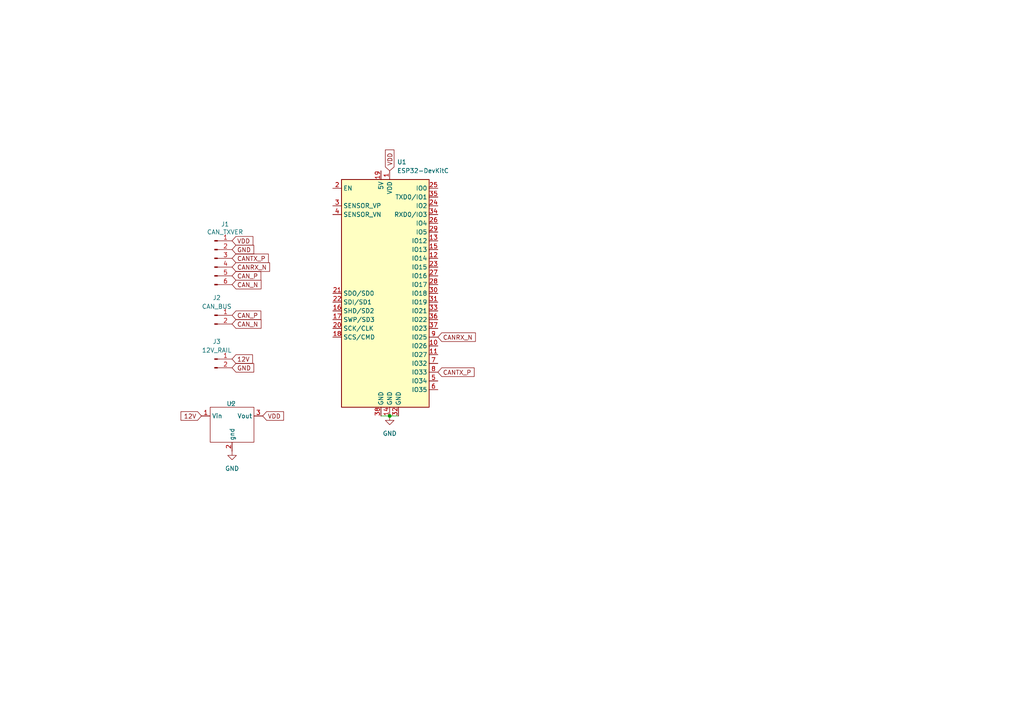
<source format=kicad_sch>
(kicad_sch
	(version 20250114)
	(generator "eeschema")
	(generator_version "9.0")
	(uuid "70c66e79-11e9-4514-8744-be54173ac73c")
	(paper "A4")
	(lib_symbols
		(symbol "CUSTOM_MCU_DEVBOARD:ESP32-DevKitC"
			(exclude_from_sim no)
			(in_bom yes)
			(on_board yes)
			(property "Reference" "U"
				(at -12.7 34.29 0)
				(effects
					(font
						(size 1.27 1.27)
					)
					(justify left)
				)
			)
			(property "Value" "ESP32-DevKitC"
				(at 6.604 34.544 0)
				(effects
					(font
						(size 1.27 1.27)
					)
					(justify left)
				)
			)
			(property "Footprint" ""
				(at 0 -38.1 0)
				(effects
					(font
						(size 1.27 1.27)
					)
					(hide yes)
				)
			)
			(property "Datasheet" ""
				(at -7.62 1.27 0)
				(effects
					(font
						(size 1.27 1.27)
					)
					(hide yes)
				)
			)
			(property "Description" ""
				(at 0 0 0)
				(effects
					(font
						(size 1.27 1.27)
					)
					(hide yes)
				)
			)
			(property "ki_keywords" "RF Radio BT ESP ESP32 Espressif onboard PCB antenna"
				(at 0 0 0)
				(effects
					(font
						(size 1.27 1.27)
					)
					(hide yes)
				)
			)
			(property "ki_fp_filters" "ESP32?WROOM?32*"
				(at 0 0 0)
				(effects
					(font
						(size 1.27 1.27)
					)
					(hide yes)
				)
			)
			(symbol "ESP32-DevKitC_0_1"
				(rectangle
					(start -12.7 33.02)
					(end 12.7 -33.02)
					(stroke
						(width 0.254)
						(type default)
					)
					(fill
						(type background)
					)
				)
			)
			(symbol "ESP32-DevKitC_1_1"
				(pin input line
					(at -15.24 30.48 0)
					(length 2.54)
					(name "EN"
						(effects
							(font
								(size 1.27 1.27)
							)
						)
					)
					(number "2"
						(effects
							(font
								(size 1.27 1.27)
							)
						)
					)
				)
				(pin input line
					(at -15.24 25.4 0)
					(length 2.54)
					(name "SENSOR_VP"
						(effects
							(font
								(size 1.27 1.27)
							)
						)
					)
					(number "3"
						(effects
							(font
								(size 1.27 1.27)
							)
						)
					)
				)
				(pin input line
					(at -15.24 22.86 0)
					(length 2.54)
					(name "SENSOR_VN"
						(effects
							(font
								(size 1.27 1.27)
							)
						)
					)
					(number "4"
						(effects
							(font
								(size 1.27 1.27)
							)
						)
					)
				)
				(pin bidirectional line
					(at -15.24 0 0)
					(length 2.54)
					(name "SDO/SD0"
						(effects
							(font
								(size 1.27 1.27)
							)
						)
					)
					(number "21"
						(effects
							(font
								(size 1.27 1.27)
							)
						)
					)
				)
				(pin bidirectional line
					(at -15.24 -2.54 0)
					(length 2.54)
					(name "SDI/SD1"
						(effects
							(font
								(size 1.27 1.27)
							)
						)
					)
					(number "22"
						(effects
							(font
								(size 1.27 1.27)
							)
						)
					)
				)
				(pin bidirectional line
					(at -15.24 -5.08 0)
					(length 2.54)
					(name "SHD/SD2"
						(effects
							(font
								(size 1.27 1.27)
							)
						)
					)
					(number "16"
						(effects
							(font
								(size 1.27 1.27)
							)
						)
					)
				)
				(pin bidirectional line
					(at -15.24 -7.62 0)
					(length 2.54)
					(name "SWP/SD3"
						(effects
							(font
								(size 1.27 1.27)
							)
						)
					)
					(number "17"
						(effects
							(font
								(size 1.27 1.27)
							)
						)
					)
				)
				(pin bidirectional line
					(at -15.24 -10.16 0)
					(length 2.54)
					(name "SCK/CLK"
						(effects
							(font
								(size 1.27 1.27)
							)
						)
					)
					(number "20"
						(effects
							(font
								(size 1.27 1.27)
							)
						)
					)
				)
				(pin bidirectional line
					(at -15.24 -12.7 0)
					(length 2.54)
					(name "SCS/CMD"
						(effects
							(font
								(size 1.27 1.27)
							)
						)
					)
					(number "18"
						(effects
							(font
								(size 1.27 1.27)
							)
						)
					)
				)
				(pin no_connect line
					(at -12.7 -27.94 0)
					(length 2.54)
					(hide yes)
					(name "NC"
						(effects
							(font
								(size 1.27 1.27)
							)
						)
					)
					(number "32"
						(effects
							(font
								(size 1.27 1.27)
							)
						)
					)
				)
				(pin power_in line
					(at -1.27 35.56 270)
					(length 2.54)
					(name "5V"
						(effects
							(font
								(size 1.27 1.27)
							)
						)
					)
					(number "19"
						(effects
							(font
								(size 1.27 1.27)
							)
						)
					)
				)
				(pin power_in line
					(at -1.27 -35.56 90)
					(length 2.54)
					(name "GND"
						(effects
							(font
								(size 1.27 1.27)
							)
						)
					)
					(number "38"
						(effects
							(font
								(size 1.27 1.27)
							)
						)
					)
				)
				(pin power_in line
					(at 1.27 35.56 270)
					(length 2.54)
					(name "VDD"
						(effects
							(font
								(size 1.27 1.27)
							)
						)
					)
					(number "1"
						(effects
							(font
								(size 1.27 1.27)
							)
						)
					)
				)
				(pin power_in line
					(at 1.27 -35.56 90)
					(length 2.54)
					(name "GND"
						(effects
							(font
								(size 1.27 1.27)
							)
						)
					)
					(number "14"
						(effects
							(font
								(size 1.27 1.27)
							)
						)
					)
				)
				(pin power_in line
					(at 3.81 -35.56 90)
					(length 2.54)
					(name "GND"
						(effects
							(font
								(size 1.27 1.27)
							)
						)
					)
					(number "32"
						(effects
							(font
								(size 1.27 1.27)
							)
						)
					)
				)
				(pin bidirectional line
					(at 15.24 30.48 180)
					(length 2.54)
					(name "IO0"
						(effects
							(font
								(size 1.27 1.27)
							)
						)
					)
					(number "25"
						(effects
							(font
								(size 1.27 1.27)
							)
						)
					)
				)
				(pin bidirectional line
					(at 15.24 27.94 180)
					(length 2.54)
					(name "TXD0/IO1"
						(effects
							(font
								(size 1.27 1.27)
							)
						)
					)
					(number "35"
						(effects
							(font
								(size 1.27 1.27)
							)
						)
					)
				)
				(pin bidirectional line
					(at 15.24 25.4 180)
					(length 2.54)
					(name "IO2"
						(effects
							(font
								(size 1.27 1.27)
							)
						)
					)
					(number "24"
						(effects
							(font
								(size 1.27 1.27)
							)
						)
					)
				)
				(pin bidirectional line
					(at 15.24 22.86 180)
					(length 2.54)
					(name "RXD0/IO3"
						(effects
							(font
								(size 1.27 1.27)
							)
						)
					)
					(number "34"
						(effects
							(font
								(size 1.27 1.27)
							)
						)
					)
				)
				(pin bidirectional line
					(at 15.24 20.32 180)
					(length 2.54)
					(name "IO4"
						(effects
							(font
								(size 1.27 1.27)
							)
						)
					)
					(number "26"
						(effects
							(font
								(size 1.27 1.27)
							)
						)
					)
				)
				(pin bidirectional line
					(at 15.24 17.78 180)
					(length 2.54)
					(name "IO5"
						(effects
							(font
								(size 1.27 1.27)
							)
						)
					)
					(number "29"
						(effects
							(font
								(size 1.27 1.27)
							)
						)
					)
				)
				(pin bidirectional line
					(at 15.24 15.24 180)
					(length 2.54)
					(name "IO12"
						(effects
							(font
								(size 1.27 1.27)
							)
						)
					)
					(number "13"
						(effects
							(font
								(size 1.27 1.27)
							)
						)
					)
				)
				(pin bidirectional line
					(at 15.24 12.7 180)
					(length 2.54)
					(name "IO13"
						(effects
							(font
								(size 1.27 1.27)
							)
						)
					)
					(number "15"
						(effects
							(font
								(size 1.27 1.27)
							)
						)
					)
				)
				(pin bidirectional line
					(at 15.24 10.16 180)
					(length 2.54)
					(name "IO14"
						(effects
							(font
								(size 1.27 1.27)
							)
						)
					)
					(number "12"
						(effects
							(font
								(size 1.27 1.27)
							)
						)
					)
				)
				(pin bidirectional line
					(at 15.24 7.62 180)
					(length 2.54)
					(name "IO15"
						(effects
							(font
								(size 1.27 1.27)
							)
						)
					)
					(number "23"
						(effects
							(font
								(size 1.27 1.27)
							)
						)
					)
				)
				(pin bidirectional line
					(at 15.24 5.08 180)
					(length 2.54)
					(name "IO16"
						(effects
							(font
								(size 1.27 1.27)
							)
						)
					)
					(number "27"
						(effects
							(font
								(size 1.27 1.27)
							)
						)
					)
				)
				(pin bidirectional line
					(at 15.24 2.54 180)
					(length 2.54)
					(name "IO17"
						(effects
							(font
								(size 1.27 1.27)
							)
						)
					)
					(number "28"
						(effects
							(font
								(size 1.27 1.27)
							)
						)
					)
				)
				(pin bidirectional line
					(at 15.24 0 180)
					(length 2.54)
					(name "IO18"
						(effects
							(font
								(size 1.27 1.27)
							)
						)
					)
					(number "30"
						(effects
							(font
								(size 1.27 1.27)
							)
						)
					)
				)
				(pin bidirectional line
					(at 15.24 -2.54 180)
					(length 2.54)
					(name "IO19"
						(effects
							(font
								(size 1.27 1.27)
							)
						)
					)
					(number "31"
						(effects
							(font
								(size 1.27 1.27)
							)
						)
					)
				)
				(pin bidirectional line
					(at 15.24 -5.08 180)
					(length 2.54)
					(name "IO21"
						(effects
							(font
								(size 1.27 1.27)
							)
						)
					)
					(number "33"
						(effects
							(font
								(size 1.27 1.27)
							)
						)
					)
				)
				(pin bidirectional line
					(at 15.24 -7.62 180)
					(length 2.54)
					(name "IO22"
						(effects
							(font
								(size 1.27 1.27)
							)
						)
					)
					(number "36"
						(effects
							(font
								(size 1.27 1.27)
							)
						)
					)
				)
				(pin bidirectional line
					(at 15.24 -10.16 180)
					(length 2.54)
					(name "IO23"
						(effects
							(font
								(size 1.27 1.27)
							)
						)
					)
					(number "37"
						(effects
							(font
								(size 1.27 1.27)
							)
						)
					)
				)
				(pin bidirectional line
					(at 15.24 -12.7 180)
					(length 2.54)
					(name "IO25"
						(effects
							(font
								(size 1.27 1.27)
							)
						)
					)
					(number "9"
						(effects
							(font
								(size 1.27 1.27)
							)
						)
					)
				)
				(pin bidirectional line
					(at 15.24 -15.24 180)
					(length 2.54)
					(name "IO26"
						(effects
							(font
								(size 1.27 1.27)
							)
						)
					)
					(number "10"
						(effects
							(font
								(size 1.27 1.27)
							)
						)
					)
				)
				(pin bidirectional line
					(at 15.24 -17.78 180)
					(length 2.54)
					(name "IO27"
						(effects
							(font
								(size 1.27 1.27)
							)
						)
					)
					(number "11"
						(effects
							(font
								(size 1.27 1.27)
							)
						)
					)
				)
				(pin bidirectional line
					(at 15.24 -20.32 180)
					(length 2.54)
					(name "IO32"
						(effects
							(font
								(size 1.27 1.27)
							)
						)
					)
					(number "7"
						(effects
							(font
								(size 1.27 1.27)
							)
						)
					)
				)
				(pin bidirectional line
					(at 15.24 -22.86 180)
					(length 2.54)
					(name "IO33"
						(effects
							(font
								(size 1.27 1.27)
							)
						)
					)
					(number "8"
						(effects
							(font
								(size 1.27 1.27)
							)
						)
					)
				)
				(pin input line
					(at 15.24 -25.4 180)
					(length 2.54)
					(name "IO34"
						(effects
							(font
								(size 1.27 1.27)
							)
						)
					)
					(number "5"
						(effects
							(font
								(size 1.27 1.27)
							)
						)
					)
				)
				(pin input line
					(at 15.24 -27.94 180)
					(length 2.54)
					(name "IO35"
						(effects
							(font
								(size 1.27 1.27)
							)
						)
					)
					(number "6"
						(effects
							(font
								(size 1.27 1.27)
							)
						)
					)
				)
			)
			(embedded_fonts no)
		)
		(symbol "CUSTOM_MODULE:MP1584EN_DCtoDC_REGULATOR"
			(exclude_from_sim no)
			(in_bom yes)
			(on_board yes)
			(property "Reference" "U1"
				(at 6.35 1.016 0)
				(effects
					(font
						(size 1.27 1.27)
					)
				)
			)
			(property "Value" ""
				(at 0 0 0)
				(effects
					(font
						(size 1.27 1.27)
					)
				)
			)
			(property "Footprint" ""
				(at 0 0 0)
				(effects
					(font
						(size 1.27 1.27)
					)
					(hide yes)
				)
			)
			(property "Datasheet" ""
				(at 0 0 0)
				(effects
					(font
						(size 1.27 1.27)
					)
					(hide yes)
				)
			)
			(property "Description" ""
				(at 0 0 0)
				(effects
					(font
						(size 1.27 1.27)
					)
					(hide yes)
				)
			)
			(symbol "MP1584EN_DCtoDC_REGULATOR_0_1"
				(rectangle
					(start 0 0)
					(end 12.7 -10.16)
					(stroke
						(width 0)
						(type default)
					)
					(fill
						(type none)
					)
				)
			)
			(symbol "MP1584EN_DCtoDC_REGULATOR_1_1"
				(pin power_in line
					(at -2.54 -2.54 0)
					(length 2.54)
					(name "Vin"
						(effects
							(font
								(size 1.27 1.27)
							)
						)
					)
					(number "1"
						(effects
							(font
								(size 1.27 1.27)
							)
						)
					)
				)
				(pin power_in line
					(at 6.35 -12.7 90)
					(length 2.54)
					(name "gnd"
						(effects
							(font
								(size 1.27 1.27)
							)
						)
					)
					(number "2"
						(effects
							(font
								(size 1.27 1.27)
							)
						)
					)
				)
				(pin power_out line
					(at 15.24 -2.54 180)
					(length 2.54)
					(name "Vout"
						(effects
							(font
								(size 1.27 1.27)
							)
						)
					)
					(number "3"
						(effects
							(font
								(size 1.27 1.27)
							)
						)
					)
				)
			)
			(embedded_fonts no)
		)
		(symbol "Connector:Conn_01x02_Pin"
			(pin_names
				(offset 1.016)
				(hide yes)
			)
			(exclude_from_sim no)
			(in_bom yes)
			(on_board yes)
			(property "Reference" "J"
				(at 0 2.54 0)
				(effects
					(font
						(size 1.27 1.27)
					)
				)
			)
			(property "Value" "Conn_01x02_Pin"
				(at 0 -5.08 0)
				(effects
					(font
						(size 1.27 1.27)
					)
				)
			)
			(property "Footprint" ""
				(at 0 0 0)
				(effects
					(font
						(size 1.27 1.27)
					)
					(hide yes)
				)
			)
			(property "Datasheet" "~"
				(at 0 0 0)
				(effects
					(font
						(size 1.27 1.27)
					)
					(hide yes)
				)
			)
			(property "Description" "Generic connector, single row, 01x02, script generated"
				(at 0 0 0)
				(effects
					(font
						(size 1.27 1.27)
					)
					(hide yes)
				)
			)
			(property "ki_locked" ""
				(at 0 0 0)
				(effects
					(font
						(size 1.27 1.27)
					)
				)
			)
			(property "ki_keywords" "connector"
				(at 0 0 0)
				(effects
					(font
						(size 1.27 1.27)
					)
					(hide yes)
				)
			)
			(property "ki_fp_filters" "Connector*:*_1x??_*"
				(at 0 0 0)
				(effects
					(font
						(size 1.27 1.27)
					)
					(hide yes)
				)
			)
			(symbol "Conn_01x02_Pin_1_1"
				(rectangle
					(start 0.8636 0.127)
					(end 0 -0.127)
					(stroke
						(width 0.1524)
						(type default)
					)
					(fill
						(type outline)
					)
				)
				(rectangle
					(start 0.8636 -2.413)
					(end 0 -2.667)
					(stroke
						(width 0.1524)
						(type default)
					)
					(fill
						(type outline)
					)
				)
				(polyline
					(pts
						(xy 1.27 0) (xy 0.8636 0)
					)
					(stroke
						(width 0.1524)
						(type default)
					)
					(fill
						(type none)
					)
				)
				(polyline
					(pts
						(xy 1.27 -2.54) (xy 0.8636 -2.54)
					)
					(stroke
						(width 0.1524)
						(type default)
					)
					(fill
						(type none)
					)
				)
				(pin passive line
					(at 5.08 0 180)
					(length 3.81)
					(name "Pin_1"
						(effects
							(font
								(size 1.27 1.27)
							)
						)
					)
					(number "1"
						(effects
							(font
								(size 1.27 1.27)
							)
						)
					)
				)
				(pin passive line
					(at 5.08 -2.54 180)
					(length 3.81)
					(name "Pin_2"
						(effects
							(font
								(size 1.27 1.27)
							)
						)
					)
					(number "2"
						(effects
							(font
								(size 1.27 1.27)
							)
						)
					)
				)
			)
			(embedded_fonts no)
		)
		(symbol "Connector:Conn_01x06_Pin"
			(pin_names
				(offset 1.016)
				(hide yes)
			)
			(exclude_from_sim no)
			(in_bom yes)
			(on_board yes)
			(property "Reference" "J"
				(at 0 7.62 0)
				(effects
					(font
						(size 1.27 1.27)
					)
				)
			)
			(property "Value" "Conn_01x06_Pin"
				(at 0 -10.16 0)
				(effects
					(font
						(size 1.27 1.27)
					)
				)
			)
			(property "Footprint" ""
				(at 0 0 0)
				(effects
					(font
						(size 1.27 1.27)
					)
					(hide yes)
				)
			)
			(property "Datasheet" "~"
				(at 0 0 0)
				(effects
					(font
						(size 1.27 1.27)
					)
					(hide yes)
				)
			)
			(property "Description" "Generic connector, single row, 01x06, script generated"
				(at 0 0 0)
				(effects
					(font
						(size 1.27 1.27)
					)
					(hide yes)
				)
			)
			(property "ki_locked" ""
				(at 0 0 0)
				(effects
					(font
						(size 1.27 1.27)
					)
				)
			)
			(property "ki_keywords" "connector"
				(at 0 0 0)
				(effects
					(font
						(size 1.27 1.27)
					)
					(hide yes)
				)
			)
			(property "ki_fp_filters" "Connector*:*_1x??_*"
				(at 0 0 0)
				(effects
					(font
						(size 1.27 1.27)
					)
					(hide yes)
				)
			)
			(symbol "Conn_01x06_Pin_1_1"
				(rectangle
					(start 0.8636 5.207)
					(end 0 4.953)
					(stroke
						(width 0.1524)
						(type default)
					)
					(fill
						(type outline)
					)
				)
				(rectangle
					(start 0.8636 2.667)
					(end 0 2.413)
					(stroke
						(width 0.1524)
						(type default)
					)
					(fill
						(type outline)
					)
				)
				(rectangle
					(start 0.8636 0.127)
					(end 0 -0.127)
					(stroke
						(width 0.1524)
						(type default)
					)
					(fill
						(type outline)
					)
				)
				(rectangle
					(start 0.8636 -2.413)
					(end 0 -2.667)
					(stroke
						(width 0.1524)
						(type default)
					)
					(fill
						(type outline)
					)
				)
				(rectangle
					(start 0.8636 -4.953)
					(end 0 -5.207)
					(stroke
						(width 0.1524)
						(type default)
					)
					(fill
						(type outline)
					)
				)
				(rectangle
					(start 0.8636 -7.493)
					(end 0 -7.747)
					(stroke
						(width 0.1524)
						(type default)
					)
					(fill
						(type outline)
					)
				)
				(polyline
					(pts
						(xy 1.27 5.08) (xy 0.8636 5.08)
					)
					(stroke
						(width 0.1524)
						(type default)
					)
					(fill
						(type none)
					)
				)
				(polyline
					(pts
						(xy 1.27 2.54) (xy 0.8636 2.54)
					)
					(stroke
						(width 0.1524)
						(type default)
					)
					(fill
						(type none)
					)
				)
				(polyline
					(pts
						(xy 1.27 0) (xy 0.8636 0)
					)
					(stroke
						(width 0.1524)
						(type default)
					)
					(fill
						(type none)
					)
				)
				(polyline
					(pts
						(xy 1.27 -2.54) (xy 0.8636 -2.54)
					)
					(stroke
						(width 0.1524)
						(type default)
					)
					(fill
						(type none)
					)
				)
				(polyline
					(pts
						(xy 1.27 -5.08) (xy 0.8636 -5.08)
					)
					(stroke
						(width 0.1524)
						(type default)
					)
					(fill
						(type none)
					)
				)
				(polyline
					(pts
						(xy 1.27 -7.62) (xy 0.8636 -7.62)
					)
					(stroke
						(width 0.1524)
						(type default)
					)
					(fill
						(type none)
					)
				)
				(pin passive line
					(at 5.08 5.08 180)
					(length 3.81)
					(name "Pin_1"
						(effects
							(font
								(size 1.27 1.27)
							)
						)
					)
					(number "1"
						(effects
							(font
								(size 1.27 1.27)
							)
						)
					)
				)
				(pin passive line
					(at 5.08 2.54 180)
					(length 3.81)
					(name "Pin_2"
						(effects
							(font
								(size 1.27 1.27)
							)
						)
					)
					(number "2"
						(effects
							(font
								(size 1.27 1.27)
							)
						)
					)
				)
				(pin passive line
					(at 5.08 0 180)
					(length 3.81)
					(name "Pin_3"
						(effects
							(font
								(size 1.27 1.27)
							)
						)
					)
					(number "3"
						(effects
							(font
								(size 1.27 1.27)
							)
						)
					)
				)
				(pin passive line
					(at 5.08 -2.54 180)
					(length 3.81)
					(name "Pin_4"
						(effects
							(font
								(size 1.27 1.27)
							)
						)
					)
					(number "4"
						(effects
							(font
								(size 1.27 1.27)
							)
						)
					)
				)
				(pin passive line
					(at 5.08 -5.08 180)
					(length 3.81)
					(name "Pin_5"
						(effects
							(font
								(size 1.27 1.27)
							)
						)
					)
					(number "5"
						(effects
							(font
								(size 1.27 1.27)
							)
						)
					)
				)
				(pin passive line
					(at 5.08 -7.62 180)
					(length 3.81)
					(name "Pin_6"
						(effects
							(font
								(size 1.27 1.27)
							)
						)
					)
					(number "6"
						(effects
							(font
								(size 1.27 1.27)
							)
						)
					)
				)
			)
			(embedded_fonts no)
		)
		(symbol "power:GND"
			(power)
			(pin_numbers
				(hide yes)
			)
			(pin_names
				(offset 0)
				(hide yes)
			)
			(exclude_from_sim no)
			(in_bom yes)
			(on_board yes)
			(property "Reference" "#PWR"
				(at 0 -6.35 0)
				(effects
					(font
						(size 1.27 1.27)
					)
					(hide yes)
				)
			)
			(property "Value" "GND"
				(at 0 -3.81 0)
				(effects
					(font
						(size 1.27 1.27)
					)
				)
			)
			(property "Footprint" ""
				(at 0 0 0)
				(effects
					(font
						(size 1.27 1.27)
					)
					(hide yes)
				)
			)
			(property "Datasheet" ""
				(at 0 0 0)
				(effects
					(font
						(size 1.27 1.27)
					)
					(hide yes)
				)
			)
			(property "Description" "Power symbol creates a global label with name \"GND\" , ground"
				(at 0 0 0)
				(effects
					(font
						(size 1.27 1.27)
					)
					(hide yes)
				)
			)
			(property "ki_keywords" "global power"
				(at 0 0 0)
				(effects
					(font
						(size 1.27 1.27)
					)
					(hide yes)
				)
			)
			(symbol "GND_0_1"
				(polyline
					(pts
						(xy 0 0) (xy 0 -1.27) (xy 1.27 -1.27) (xy 0 -2.54) (xy -1.27 -1.27) (xy 0 -1.27)
					)
					(stroke
						(width 0)
						(type default)
					)
					(fill
						(type none)
					)
				)
			)
			(symbol "GND_1_1"
				(pin power_in line
					(at 0 0 270)
					(length 0)
					(name "~"
						(effects
							(font
								(size 1.27 1.27)
							)
						)
					)
					(number "1"
						(effects
							(font
								(size 1.27 1.27)
							)
						)
					)
				)
			)
			(embedded_fonts no)
		)
	)
	(junction
		(at 113.03 120.65)
		(diameter 0)
		(color 0 0 0 0)
		(uuid "f5d5d549-4a28-4363-afa3-7442b614ca79")
	)
	(wire
		(pts
			(xy 110.49 120.65) (xy 113.03 120.65)
		)
		(stroke
			(width 0)
			(type default)
		)
		(uuid "0b334732-6b54-4989-91c0-0ad19c8bc098")
	)
	(wire
		(pts
			(xy 113.03 120.65) (xy 115.57 120.65)
		)
		(stroke
			(width 0)
			(type default)
		)
		(uuid "c129bdf0-4590-4bd5-b325-52aebfc3ee23")
	)
	(global_label "CAN_P"
		(shape input)
		(at 67.31 80.01 0)
		(fields_autoplaced yes)
		(effects
			(font
				(size 1.27 1.27)
			)
			(justify left)
		)
		(uuid "01ef7102-6120-4ec6-94b5-56b10538177c")
		(property "Intersheetrefs" "${INTERSHEET_REFS}"
			(at 76.2219 80.01 0)
			(effects
				(font
					(size 1.27 1.27)
				)
				(justify left)
				(hide yes)
			)
		)
	)
	(global_label "CANRX_N"
		(shape input)
		(at 127 97.79 0)
		(fields_autoplaced yes)
		(effects
			(font
				(size 1.27 1.27)
			)
			(justify left)
		)
		(uuid "0fe55bbd-f973-43c1-9812-f8581ac20a64")
		(property "Intersheetrefs" "${INTERSHEET_REFS}"
			(at 138.4519 97.79 0)
			(effects
				(font
					(size 1.27 1.27)
				)
				(justify left)
				(hide yes)
			)
		)
	)
	(global_label "12V"
		(shape input)
		(at 58.42 120.65 180)
		(fields_autoplaced yes)
		(effects
			(font
				(size 1.27 1.27)
			)
			(justify right)
		)
		(uuid "203d7804-ed80-4457-8352-08e1f64a6f59")
		(property "Intersheetrefs" "${INTERSHEET_REFS}"
			(at 51.9272 120.65 0)
			(effects
				(font
					(size 1.27 1.27)
				)
				(justify right)
				(hide yes)
			)
		)
	)
	(global_label "12V"
		(shape input)
		(at 67.31 104.14 0)
		(fields_autoplaced yes)
		(effects
			(font
				(size 1.27 1.27)
			)
			(justify left)
		)
		(uuid "208fe146-0c94-4880-aba6-cd538626a764")
		(property "Intersheetrefs" "${INTERSHEET_REFS}"
			(at 73.8028 104.14 0)
			(effects
				(font
					(size 1.27 1.27)
				)
				(justify left)
				(hide yes)
			)
		)
	)
	(global_label "VDD"
		(shape input)
		(at 113.03 49.53 90)
		(fields_autoplaced yes)
		(effects
			(font
				(size 1.27 1.27)
			)
			(justify left)
		)
		(uuid "54ce62fb-7835-4cb4-89ef-11216f0bda15")
		(property "Intersheetrefs" "${INTERSHEET_REFS}"
			(at 113.03 42.9162 90)
			(effects
				(font
					(size 1.27 1.27)
				)
				(justify left)
				(hide yes)
			)
		)
	)
	(global_label "CAN_N"
		(shape input)
		(at 67.31 82.55 0)
		(fields_autoplaced yes)
		(effects
			(font
				(size 1.27 1.27)
			)
			(justify left)
		)
		(uuid "553f54f4-c9e6-4596-808b-19596ac82106")
		(property "Intersheetrefs" "${INTERSHEET_REFS}"
			(at 76.2824 82.55 0)
			(effects
				(font
					(size 1.27 1.27)
				)
				(justify left)
				(hide yes)
			)
		)
	)
	(global_label "CANRX_N"
		(shape input)
		(at 67.31 77.47 0)
		(fields_autoplaced yes)
		(effects
			(font
				(size 1.27 1.27)
			)
			(justify left)
		)
		(uuid "6c1d46e8-360c-4122-9e26-8afbb4be7808")
		(property "Intersheetrefs" "${INTERSHEET_REFS}"
			(at 78.7619 77.47 0)
			(effects
				(font
					(size 1.27 1.27)
				)
				(justify left)
				(hide yes)
			)
		)
	)
	(global_label "VDD"
		(shape input)
		(at 67.31 69.85 0)
		(fields_autoplaced yes)
		(effects
			(font
				(size 1.27 1.27)
			)
			(justify left)
		)
		(uuid "827c1b29-2f87-4ba8-a835-8004a56ff687")
		(property "Intersheetrefs" "${INTERSHEET_REFS}"
			(at 73.9238 69.85 0)
			(effects
				(font
					(size 1.27 1.27)
				)
				(justify left)
				(hide yes)
			)
		)
	)
	(global_label "GND"
		(shape input)
		(at 67.31 106.68 0)
		(fields_autoplaced yes)
		(effects
			(font
				(size 1.27 1.27)
			)
			(justify left)
		)
		(uuid "a7d6575a-0d87-4fe7-8610-1e3d1eebc437")
		(property "Intersheetrefs" "${INTERSHEET_REFS}"
			(at 74.1657 106.68 0)
			(effects
				(font
					(size 1.27 1.27)
				)
				(justify left)
				(hide yes)
			)
		)
	)
	(global_label "CAN_N"
		(shape input)
		(at 67.31 93.98 0)
		(fields_autoplaced yes)
		(effects
			(font
				(size 1.27 1.27)
			)
			(justify left)
		)
		(uuid "ad49fdcc-ac18-408d-adf5-395f586a538a")
		(property "Intersheetrefs" "${INTERSHEET_REFS}"
			(at 76.2824 93.98 0)
			(effects
				(font
					(size 1.27 1.27)
				)
				(justify left)
				(hide yes)
			)
		)
	)
	(global_label "VDD"
		(shape input)
		(at 76.2 120.65 0)
		(fields_autoplaced yes)
		(effects
			(font
				(size 1.27 1.27)
			)
			(justify left)
		)
		(uuid "aeebaf73-57dc-4880-bda6-a5fad6b35617")
		(property "Intersheetrefs" "${INTERSHEET_REFS}"
			(at 82.8138 120.65 0)
			(effects
				(font
					(size 1.27 1.27)
				)
				(justify left)
				(hide yes)
			)
		)
	)
	(global_label "GND"
		(shape input)
		(at 67.31 72.39 0)
		(fields_autoplaced yes)
		(effects
			(font
				(size 1.27 1.27)
			)
			(justify left)
		)
		(uuid "c7fc61b4-afa9-42c5-b695-d330754be6fe")
		(property "Intersheetrefs" "${INTERSHEET_REFS}"
			(at 74.1657 72.39 0)
			(effects
				(font
					(size 1.27 1.27)
				)
				(justify left)
				(hide yes)
			)
		)
	)
	(global_label "CAN_P"
		(shape input)
		(at 67.31 91.44 0)
		(fields_autoplaced yes)
		(effects
			(font
				(size 1.27 1.27)
			)
			(justify left)
		)
		(uuid "d3d588de-3ac2-486e-9d88-d712298f41bd")
		(property "Intersheetrefs" "${INTERSHEET_REFS}"
			(at 76.2219 91.44 0)
			(effects
				(font
					(size 1.27 1.27)
				)
				(justify left)
				(hide yes)
			)
		)
	)
	(global_label "CANTX_P"
		(shape input)
		(at 127 107.95 0)
		(fields_autoplaced yes)
		(effects
			(font
				(size 1.27 1.27)
			)
			(justify left)
		)
		(uuid "d3fd90a5-4fb0-46d1-a358-a343eebbacf4")
		(property "Intersheetrefs" "${INTERSHEET_REFS}"
			(at 138.089 107.95 0)
			(effects
				(font
					(size 1.27 1.27)
				)
				(justify left)
				(hide yes)
			)
		)
	)
	(global_label "CANTX_P"
		(shape input)
		(at 67.31 74.93 0)
		(fields_autoplaced yes)
		(effects
			(font
				(size 1.27 1.27)
			)
			(justify left)
		)
		(uuid "fff19945-0cd6-42d0-a6d3-c13c90623942")
		(property "Intersheetrefs" "${INTERSHEET_REFS}"
			(at 78.399 74.93 0)
			(effects
				(font
					(size 1.27 1.27)
				)
				(justify left)
				(hide yes)
			)
		)
	)
	(symbol
		(lib_id "Connector:Conn_01x06_Pin")
		(at 62.23 74.93 0)
		(unit 1)
		(exclude_from_sim no)
		(in_bom yes)
		(on_board yes)
		(dnp no)
		(uuid "13521818-379d-4c69-857d-e376596cea71")
		(property "Reference" "J1"
			(at 65.278 65.024 0)
			(effects
				(font
					(size 1.27 1.27)
				)
			)
		)
		(property "Value" "CAN_TXVER"
			(at 65.278 67.31 0)
			(effects
				(font
					(size 1.27 1.27)
				)
			)
		)
		(property "Footprint" "Connector_PinHeader_2.54mm:PinHeader_1x06_P2.54mm_Vertical"
			(at 62.23 74.93 0)
			(effects
				(font
					(size 1.27 1.27)
				)
				(hide yes)
			)
		)
		(property "Datasheet" "~"
			(at 62.23 74.93 0)
			(effects
				(font
					(size 1.27 1.27)
				)
				(hide yes)
			)
		)
		(property "Description" "Generic connector, single row, 01x06, script generated"
			(at 62.23 74.93 0)
			(effects
				(font
					(size 1.27 1.27)
				)
				(hide yes)
			)
		)
		(pin "1"
			(uuid "a612302d-24b1-4fae-9512-62aa52636257")
		)
		(pin "6"
			(uuid "768117a7-b493-45c7-afff-40d4166dc634")
		)
		(pin "4"
			(uuid "0c336348-b723-46d0-83ee-a29fe4894298")
		)
		(pin "5"
			(uuid "4aa89afe-a9c1-4fe1-bb71-9ae5364a8ba8")
		)
		(pin "3"
			(uuid "fb3976d3-7315-4e38-9595-ac98f2e4795f")
		)
		(pin "2"
			(uuid "4d0a48fd-cd6e-4fb8-b9c5-b9871a68eea2")
		)
		(instances
			(project ""
				(path "/70c66e79-11e9-4514-8744-be54173ac73c"
					(reference "J1")
					(unit 1)
				)
			)
		)
	)
	(symbol
		(lib_id "power:GND")
		(at 67.31 130.81 0)
		(unit 1)
		(exclude_from_sim no)
		(in_bom yes)
		(on_board yes)
		(dnp no)
		(fields_autoplaced yes)
		(uuid "20a278b5-862d-45d9-8565-234e86d12208")
		(property "Reference" "#PWR02"
			(at 67.31 137.16 0)
			(effects
				(font
					(size 1.27 1.27)
				)
				(hide yes)
			)
		)
		(property "Value" "GND"
			(at 67.31 135.89 0)
			(effects
				(font
					(size 1.27 1.27)
				)
			)
		)
		(property "Footprint" ""
			(at 67.31 130.81 0)
			(effects
				(font
					(size 1.27 1.27)
				)
				(hide yes)
			)
		)
		(property "Datasheet" ""
			(at 67.31 130.81 0)
			(effects
				(font
					(size 1.27 1.27)
				)
				(hide yes)
			)
		)
		(property "Description" "Power symbol creates a global label with name \"GND\" , ground"
			(at 67.31 130.81 0)
			(effects
				(font
					(size 1.27 1.27)
				)
				(hide yes)
			)
		)
		(pin "1"
			(uuid "6cf641bd-1165-433d-b4bc-9675d07abb80")
		)
		(instances
			(project "ESP32_Transmitter_MOTOHUD"
				(path "/70c66e79-11e9-4514-8744-be54173ac73c"
					(reference "#PWR02")
					(unit 1)
				)
			)
		)
	)
	(symbol
		(lib_id "CUSTOM_MODULE:MP1584EN_DCtoDC_REGULATOR")
		(at 60.96 118.11 0)
		(unit 1)
		(exclude_from_sim no)
		(in_bom yes)
		(on_board yes)
		(dnp no)
		(uuid "495a1e4a-31c1-49ff-bb99-f7d3678d3bdb")
		(property "Reference" "U2"
			(at 67.056 117.094 0)
			(effects
				(font
					(size 1.27 1.27)
				)
			)
		)
		(property "Value" "~"
			(at 67.31 116.84 0)
			(effects
				(font
					(size 1.27 1.27)
				)
			)
		)
		(property "Footprint" "CUSTOM_MODULES:MP1584EN_DCtoDC_REGULATOR"
			(at 60.96 118.11 0)
			(effects
				(font
					(size 1.27 1.27)
				)
				(hide yes)
			)
		)
		(property "Datasheet" ""
			(at 60.96 118.11 0)
			(effects
				(font
					(size 1.27 1.27)
				)
				(hide yes)
			)
		)
		(property "Description" ""
			(at 60.96 118.11 0)
			(effects
				(font
					(size 1.27 1.27)
				)
				(hide yes)
			)
		)
		(pin "2"
			(uuid "69264fb4-5b98-46e5-a24a-0c6fc3767499")
		)
		(pin "1"
			(uuid "112ea94e-dab4-4e27-b745-7fbb89f5ad65")
		)
		(pin "3"
			(uuid "1d744088-4937-4046-bb52-ec4e27ac0207")
		)
		(instances
			(project ""
				(path "/70c66e79-11e9-4514-8744-be54173ac73c"
					(reference "U2")
					(unit 1)
				)
			)
		)
	)
	(symbol
		(lib_id "Connector:Conn_01x02_Pin")
		(at 62.23 91.44 0)
		(unit 1)
		(exclude_from_sim no)
		(in_bom yes)
		(on_board yes)
		(dnp no)
		(fields_autoplaced yes)
		(uuid "61e98be3-ddd3-4686-8064-3ac70891628c")
		(property "Reference" "J2"
			(at 62.865 86.36 0)
			(effects
				(font
					(size 1.27 1.27)
				)
			)
		)
		(property "Value" "CAN_BUS"
			(at 62.865 88.9 0)
			(effects
				(font
					(size 1.27 1.27)
				)
			)
		)
		(property "Footprint" "Connector_PinHeader_2.54mm:PinHeader_1x02_P2.54mm_Vertical"
			(at 62.23 91.44 0)
			(effects
				(font
					(size 1.27 1.27)
				)
				(hide yes)
			)
		)
		(property "Datasheet" "~"
			(at 62.23 91.44 0)
			(effects
				(font
					(size 1.27 1.27)
				)
				(hide yes)
			)
		)
		(property "Description" "Generic connector, single row, 01x02, script generated"
			(at 62.23 91.44 0)
			(effects
				(font
					(size 1.27 1.27)
				)
				(hide yes)
			)
		)
		(pin "1"
			(uuid "39677f3d-6090-44aa-8535-de6eab303b28")
		)
		(pin "2"
			(uuid "948a3aef-fc37-4fbf-acc6-a5ce0d0af267")
		)
		(instances
			(project ""
				(path "/70c66e79-11e9-4514-8744-be54173ac73c"
					(reference "J2")
					(unit 1)
				)
			)
		)
	)
	(symbol
		(lib_id "Connector:Conn_01x02_Pin")
		(at 62.23 104.14 0)
		(unit 1)
		(exclude_from_sim no)
		(in_bom yes)
		(on_board yes)
		(dnp no)
		(fields_autoplaced yes)
		(uuid "7735955e-16da-4f54-9db9-c3b8fa55e7f3")
		(property "Reference" "J3"
			(at 62.865 99.06 0)
			(effects
				(font
					(size 1.27 1.27)
				)
			)
		)
		(property "Value" "12V_RAIL"
			(at 62.865 101.6 0)
			(effects
				(font
					(size 1.27 1.27)
				)
			)
		)
		(property "Footprint" "Connector_PinHeader_2.54mm:PinHeader_1x02_P2.54mm_Vertical"
			(at 62.23 104.14 0)
			(effects
				(font
					(size 1.27 1.27)
				)
				(hide yes)
			)
		)
		(property "Datasheet" "~"
			(at 62.23 104.14 0)
			(effects
				(font
					(size 1.27 1.27)
				)
				(hide yes)
			)
		)
		(property "Description" "Generic connector, single row, 01x02, script generated"
			(at 62.23 104.14 0)
			(effects
				(font
					(size 1.27 1.27)
				)
				(hide yes)
			)
		)
		(pin "1"
			(uuid "f7a6e9cc-30d7-4fc2-9e8a-62e79bdb9d52")
		)
		(pin "2"
			(uuid "ac3749ec-4607-4c07-8dd6-3d843d991a4c")
		)
		(instances
			(project "ESP32_Transmitter_MOTOHUD"
				(path "/70c66e79-11e9-4514-8744-be54173ac73c"
					(reference "J3")
					(unit 1)
				)
			)
		)
	)
	(symbol
		(lib_id "CUSTOM_MCU_DEVBOARD:ESP32-DevKitC")
		(at 111.76 85.09 0)
		(unit 1)
		(exclude_from_sim no)
		(in_bom yes)
		(on_board yes)
		(dnp no)
		(fields_autoplaced yes)
		(uuid "a8d467ce-0c3a-4161-b465-fc125e000321")
		(property "Reference" "U1"
			(at 115.1733 46.99 0)
			(effects
				(font
					(size 1.27 1.27)
				)
				(justify left)
			)
		)
		(property "Value" "ESP32-DevKitC"
			(at 115.1733 49.53 0)
			(effects
				(font
					(size 1.27 1.27)
				)
				(justify left)
			)
		)
		(property "Footprint" "CUSTOM_MCU_DEVBOARD:ESP32-DevKitC"
			(at 111.76 123.19 0)
			(effects
				(font
					(size 1.27 1.27)
				)
				(hide yes)
			)
		)
		(property "Datasheet" ""
			(at 104.14 83.82 0)
			(effects
				(font
					(size 1.27 1.27)
				)
				(hide yes)
			)
		)
		(property "Description" ""
			(at 111.76 85.09 0)
			(effects
				(font
					(size 1.27 1.27)
				)
				(hide yes)
			)
		)
		(pin "4"
			(uuid "c2f02937-98dd-45cb-8f7a-f9e83a943450")
		)
		(pin "20"
			(uuid "5e0a7663-7acf-4753-9af1-3e224bf5e92c")
		)
		(pin "32"
			(uuid "03a91d17-8310-4d94-8095-b0a1711fc670")
		)
		(pin "14"
			(uuid "2120643f-3201-4dfc-a14b-f1e54a615567")
		)
		(pin "25"
			(uuid "f9b38361-f941-4db9-a5a7-ef5aa5f99559")
		)
		(pin "3"
			(uuid "0f104015-1291-4dc8-9f82-1c76262cbd23")
		)
		(pin "29"
			(uuid "51483419-e2be-46c5-b645-bca654b92b84")
		)
		(pin "34"
			(uuid "ed0ac44b-5dc3-40bb-be50-711c8b5b2667")
		)
		(pin "2"
			(uuid "e6e0cfaf-8d1f-4416-8ad1-b6052b98c2b8")
		)
		(pin "21"
			(uuid "4dcf2168-d574-4efd-b589-06327fb0baa4")
		)
		(pin "1"
			(uuid "bbe35125-784c-4539-b5b5-eb3ca482e8d2")
		)
		(pin "35"
			(uuid "fd28032b-2189-48a5-ba75-ed128d503160")
		)
		(pin "22"
			(uuid "44f89f26-cbcc-46ca-a473-93fb56edee03")
		)
		(pin "17"
			(uuid "27a314df-9d56-4823-8f68-b21e0f1e783e")
		)
		(pin "16"
			(uuid "244f3368-9384-4173-b299-b5b1d7b3158b")
		)
		(pin "18"
			(uuid "c3038beb-f1e6-465e-bbb1-7cfa698069bf")
		)
		(pin "19"
			(uuid "e782f0df-0a25-4bb3-97f6-7a04e1eb9f30")
		)
		(pin "38"
			(uuid "10f5d286-b367-41f4-b364-afe0f9ec1bbf")
		)
		(pin "32"
			(uuid "4c5ffda0-db36-44d0-81dc-55f8e1dc20bf")
		)
		(pin "24"
			(uuid "5e96c701-cdea-4abc-9a00-bb73fc262f41")
		)
		(pin "26"
			(uuid "84b1f9fd-1736-471d-a757-ba654ea2d7ec")
		)
		(pin "7"
			(uuid "006a1c67-5b10-4950-821c-5d612fbc3872")
		)
		(pin "15"
			(uuid "83758058-e33c-41f5-ba2e-11c8b67c8aef")
		)
		(pin "12"
			(uuid "51484450-ebce-4f09-8690-f5dbda0b7f86")
		)
		(pin "28"
			(uuid "2386563e-8300-4aed-b001-1af55af2823d")
		)
		(pin "33"
			(uuid "c0f7c4a6-91b6-45ab-a313-3fac386d6a55")
		)
		(pin "37"
			(uuid "cd9f25ef-a006-4e05-a391-c2bc0b955b26")
		)
		(pin "27"
			(uuid "32f21bb2-b64e-448d-9342-db4f4b50fa07")
		)
		(pin "9"
			(uuid "cb18517a-4685-49d0-b574-6ca73dfa0523")
		)
		(pin "10"
			(uuid "d45ddaef-fee8-4846-892b-673aaf86ebfa")
		)
		(pin "30"
			(uuid "a2968f9d-2f25-4463-80e4-3c0c28a9cb58")
		)
		(pin "6"
			(uuid "55194297-7a01-480a-a9f4-b9204532adf9")
		)
		(pin "8"
			(uuid "18e4031f-8f23-4dae-a71e-c528996c6f02")
		)
		(pin "13"
			(uuid "d5778457-1958-4a45-8bee-32ebf1017d6a")
		)
		(pin "23"
			(uuid "d6117169-28c6-4a45-a055-f8204e4ff97d")
		)
		(pin "31"
			(uuid "1424d7fe-1e2f-405c-94f8-447cc429dd76")
		)
		(pin "36"
			(uuid "68ce0ff8-0dd0-4ae8-80c8-b3cf0033669d")
		)
		(pin "11"
			(uuid "0fd619a6-c0e5-4c78-ba08-e25460ab8344")
		)
		(pin "5"
			(uuid "68110d75-bdcb-42cd-9f84-7139301cd086")
		)
		(instances
			(project ""
				(path "/70c66e79-11e9-4514-8744-be54173ac73c"
					(reference "U1")
					(unit 1)
				)
			)
		)
	)
	(symbol
		(lib_id "power:GND")
		(at 113.03 120.65 0)
		(unit 1)
		(exclude_from_sim no)
		(in_bom yes)
		(on_board yes)
		(dnp no)
		(fields_autoplaced yes)
		(uuid "ae4a0a44-3f99-4c8a-84b8-e2378cf6c176")
		(property "Reference" "#PWR01"
			(at 113.03 127 0)
			(effects
				(font
					(size 1.27 1.27)
				)
				(hide yes)
			)
		)
		(property "Value" "GND"
			(at 113.03 125.73 0)
			(effects
				(font
					(size 1.27 1.27)
				)
			)
		)
		(property "Footprint" ""
			(at 113.03 120.65 0)
			(effects
				(font
					(size 1.27 1.27)
				)
				(hide yes)
			)
		)
		(property "Datasheet" ""
			(at 113.03 120.65 0)
			(effects
				(font
					(size 1.27 1.27)
				)
				(hide yes)
			)
		)
		(property "Description" "Power symbol creates a global label with name \"GND\" , ground"
			(at 113.03 120.65 0)
			(effects
				(font
					(size 1.27 1.27)
				)
				(hide yes)
			)
		)
		(pin "1"
			(uuid "e3a68c75-fb41-42ed-a87d-f3cf08866132")
		)
		(instances
			(project ""
				(path "/70c66e79-11e9-4514-8744-be54173ac73c"
					(reference "#PWR01")
					(unit 1)
				)
			)
		)
	)
	(sheet_instances
		(path "/"
			(page "1")
		)
	)
	(embedded_fonts no)
)

</source>
